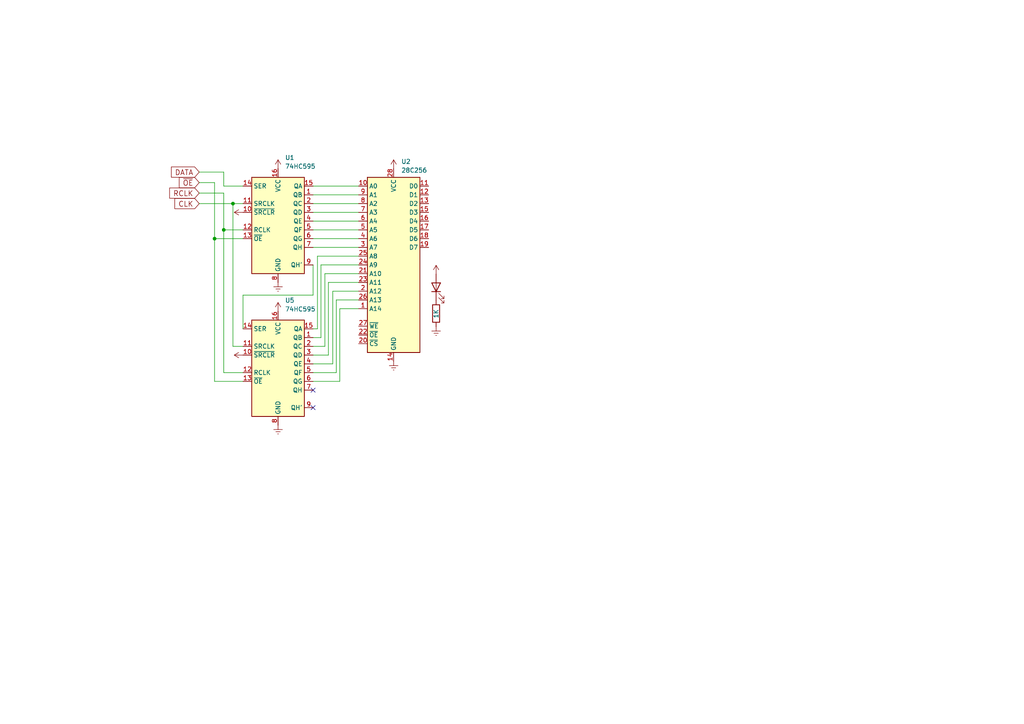
<source format=kicad_sch>
(kicad_sch (version 20230121) (generator eeschema)
  (paper "A4")
  (lib_symbols
    (symbol "74xx:74HC595"
      (property "Reference" "U" (at -7.62 13.97 0))
      (property "Value" "74HC595" (at -7.62 -16.51 0))
      (symbol "74HC595_1_0"
        (pin tri_state line (at 10.16 7.62 180) (length 2.54) (name "QB") (number "1"))
        (pin input line (at -10.16 2.54 0) (length 2.54) (name "~{SRCLR}") (number "10"))
        (pin input line (at -10.16 5.08 0) (length 2.54) (name "SRCLK") (number "11"))
        (pin input line (at -10.16 -2.54 0) (length 2.54) (name "RCLK") (number "12"))
        (pin input line (at -10.16 -5.08 0) (length 2.54) (name "~{OE}") (number "13"))
        (pin input line (at -10.16 10.16 0) (length 2.54) (name "SER") (number "14"))
        (pin tri_state line (at 10.16 10.16 180) (length 2.54) (name "QA") (number "15"))
        (pin power_in line (at 0 15.24 270) (length 2.54) (name "VCC") (number "16"))
        (pin tri_state line (at 10.16 5.08 180) (length 2.54) (name "QC") (number "2"))
        (pin tri_state line (at 10.16 2.54 180) (length 2.54) (name "QD") (number "3"))
        (pin tri_state line (at 10.16 0 180) (length 2.54) (name "QE") (number "4"))
        (pin tri_state line (at 10.16 -2.54 180) (length 2.54) (name "QF") (number "5"))
        (pin tri_state line (at 10.16 -5.08 180) (length 2.54) (name "QG") (number "6"))
        (pin tri_state line (at 10.16 -7.62 180) (length 2.54) (name "QH") (number "7"))
        (pin power_in line (at 0 -17.78 90) (length 2.54) (name "GND") (number "8"))
        (pin output line (at 10.16 -12.7 180) (length 2.54) (name "QH'") (number "9"))
      )
      (symbol "74HC595_1_1"
        (rectangle (start -7.62 12.7) (end 7.62 -15.24) (stroke (width 0.254)) (fill (type background)))
      )
    )
    (symbol "Device:LED" (pin_numbers hide) (pin_names (offset 1.016) hide)
      (property "Reference" "D" (at 0 2.54 0))
      (property "Value" "LED" (at 0 -2.54 0))
      (symbol "LED_0_1"
        (polyline (pts (xy -1.27 -1.27) (xy -1.27 1.27)) (stroke (width 0.254)))
        (polyline (pts (xy -1.27 0) (xy 1.27 0)))
        (polyline (pts (xy 1.27 -1.27) (xy 1.27 1.27) (xy -1.27 0) (xy 1.27 -1.27)) (stroke (width 0.254)))
        (polyline (pts (xy -3.048 -0.762) (xy -4.572 -2.286) (xy -3.81 -2.286) (xy -4.572 -2.286) (xy -4.572 -1.524)))
        (polyline (pts (xy -1.778 -0.762) (xy -3.302 -2.286) (xy -2.54 -2.286) (xy -3.302 -2.286) (xy -3.302 -1.524)))
      )
      (symbol "LED_1_1"
        (pin passive line (at -3.81 0 0) (length 2.54) (name "K") (number "1"))
        (pin passive line (at 3.81 0 180) (length 2.54) (name "A") (number "2"))
      )
    )
    (symbol "Device:R" (pin_numbers hide) (pin_names (offset 0))
      (property "Reference" "R" (at 2.032 0 90))
      (property "Value" "R" (at 0 0 90))
      (symbol "R_0_1"
        (rectangle (start -1.016 -2.54) (end 1.016 2.54) (stroke (width 0.254)))
      )
      (symbol "R_1_1"
        (pin passive line (at 0 3.81 270) (length 1.27) (name "~") (number "1"))
        (pin passive line (at 0 -3.81 90) (length 1.27) (name "~") (number "2"))
      )
    )
    (symbol "Memory_EEPROM:28C256"
      (property "Reference" "U" (at -7.62 26.67 0))
      (property "Value" "28C256" (at 2.54 -26.67 0))
      (symbol "28C256_1_1"
        (rectangle (start -7.62 25.4) (end 7.62 -25.4) (stroke (width 0.254)) (fill (type background)))
        (pin input line (at -10.16 -12.7 0) (length 2.54) (name "A14") (number "1"))
        (pin input line (at -10.16 22.86 0) (length 2.54) (name "A0") (number "10"))
        (pin tri_state line (at 10.16 22.86 180) (length 2.54) (name "D0") (number "11"))
        (pin tri_state line (at 10.16 20.32 180) (length 2.54) (name "D1") (number "12"))
        (pin tri_state line (at 10.16 17.78 180) (length 2.54) (name "D2") (number "13"))
        (pin power_in line (at 0 -27.94 90) (length 2.54) (name "GND") (number "14"))
        (pin tri_state line (at 10.16 15.24 180) (length 2.54) (name "D3") (number "15"))
        (pin tri_state line (at 10.16 12.7 180) (length 2.54) (name "D4") (number "16"))
        (pin tri_state line (at 10.16 10.16 180) (length 2.54) (name "D5") (number "17"))
        (pin tri_state line (at 10.16 7.62 180) (length 2.54) (name "D6") (number "18"))
        (pin tri_state line (at 10.16 5.08 180) (length 2.54) (name "D7") (number "19"))
        (pin input line (at -10.16 -7.62 0) (length 2.54) (name "A12") (number "2"))
        (pin input line (at -10.16 -22.86 0) (length 2.54) (name "~{CS}") (number "20"))
        (pin input line (at -10.16 -2.54 0) (length 2.54) (name "A10") (number "21"))
        (pin input line (at -10.16 -20.32 0) (length 2.54) (name "~{OE}") (number "22"))
        (pin input line (at -10.16 -5.08 0) (length 2.54) (name "A11") (number "23"))
        (pin input line (at -10.16 0 0) (length 2.54) (name "A9") (number "24"))
        (pin input line (at -10.16 2.54 0) (length 2.54) (name "A8") (number "25"))
        (pin input line (at -10.16 -10.16 0) (length 2.54) (name "A13") (number "26"))
        (pin input line (at -10.16 -17.78 0) (length 2.54) (name "~{WE}") (number "27"))
        (pin power_in line (at 0 27.94 270) (length 2.54) (name "VCC") (number "28"))
        (pin input line (at -10.16 5.08 0) (length 2.54) (name "A7") (number "3"))
        (pin input line (at -10.16 7.62 0) (length 2.54) (name "A6") (number "4"))
        (pin input line (at -10.16 10.16 0) (length 2.54) (name "A5") (number "5"))
        (pin input line (at -10.16 12.7 0) (length 2.54) (name "A4") (number "6"))
        (pin input line (at -10.16 15.24 0) (length 2.54) (name "A3") (number "7"))
        (pin input line (at -10.16 17.78 0) (length 2.54) (name "A2") (number "8"))
        (pin input line (at -10.16 20.32 0) (length 2.54) (name "A1") (number "9"))
      )
    )
    (symbol "power:Earth" (power) (pin_names (offset 0))
      (symbol "Earth_0_1"
        (polyline (pts (xy -0.635 -1.905) (xy 0.635 -1.905)))
        (polyline (pts (xy -0.127 -2.54) (xy 0.127 -2.54)))
        (polyline (pts (xy 0 -1.27) (xy 0 0)))
        (polyline (pts (xy 1.27 -1.27) (xy -1.27 -1.27)))
      )
      (symbol "Earth_1_1"
        (pin power_in line (at 0 0 270) (length 0) hide (name "Earth") (number "1"))
      )
    )
    (symbol "power:VCC" (power) (pin_names (offset 0))
      (property "Value" "VCC" (at 0 3.81 0))
      (symbol "VCC_0_1"
        (polyline (pts (xy -0.762 1.27) (xy 0 2.54)))
        (polyline (pts (xy 0 0) (xy 0 2.54)))
        (polyline (pts (xy 0 2.54) (xy 0.762 1.27)))
      )
      (symbol "VCC_1_1"
        (pin power_in line (at 0 0 90) (length 0) hide (name "VCC") (number "1"))
      )
    )
  )
  (junction (at 62.23 69.215))
  (junction (at 64.897 66.675))
  (junction (at 67.564 59.055))
  (no_connect (at 90.805 118.237))
  (no_connect (at 90.805 113.157))
  (wire (pts (xy 64.897 56.007) (xy 57.785 56.007)))
  (wire (pts (xy 93.091 97.917) (xy 90.805 97.917)))
  (wire (pts (xy 62.23 52.959) (xy 57.785 52.959)))
  (wire (pts (xy 104.013 81.915) (xy 95.25 81.915)))
  (wire (pts (xy 98.552 110.617) (xy 98.552 89.535)))
  (wire (pts (xy 67.564 100.457) (xy 67.564 59.055)))
  (wire (pts (xy 64.897 56.007) (xy 64.897 66.675)))
  (wire (pts (xy 96.52 105.537) (xy 96.52 84.455)))
  (wire (pts (xy 104.013 86.995) (xy 97.536 86.995)))
  (wire (pts (xy 57.785 49.911) (xy 64.897 49.911)))
  (wire (pts (xy 98.552 89.535) (xy 104.013 89.535)))
  (wire (pts (xy 90.805 61.595) (xy 104.013 61.595)))
  (wire (pts (xy 90.805 95.377) (xy 92.075 95.377)))
  (wire (pts (xy 90.805 85.598) (xy 70.485 85.598)))
  (wire (pts (xy 64.897 49.911) (xy 64.897 53.975)))
  (wire (pts (xy 94.234 100.457) (xy 94.234 79.375)))
  (wire (pts (xy 64.897 66.675) (xy 70.485 66.675)))
  (wire (pts (xy 64.897 66.675) (xy 64.897 108.077)))
  (wire (pts (xy 90.805 66.675) (xy 104.013 66.675)))
  (wire (pts (xy 90.805 59.055) (xy 104.013 59.055)))
  (wire (pts (xy 90.805 56.515) (xy 104.013 56.515)))
  (wire (pts (xy 90.805 69.215) (xy 104.013 69.215)))
  (wire (pts (xy 95.25 81.915) (xy 95.25 102.997)))
  (wire (pts (xy 92.075 95.377) (xy 92.075 74.295)))
  (wire (pts (xy 62.23 69.215) (xy 62.23 52.959)))
  (wire (pts (xy 97.536 86.995) (xy 97.536 108.077)))
  (wire (pts (xy 90.805 110.617) (xy 98.552 110.617)))
  (wire (pts (xy 90.805 64.135) (xy 104.013 64.135)))
  (wire (pts (xy 90.805 53.975) (xy 104.013 53.975)))
  (wire (pts (xy 70.485 85.598) (xy 70.485 95.377)))
  (wire (pts (xy 64.897 108.077) (xy 70.485 108.077)))
  (wire (pts (xy 67.564 59.055) (xy 70.485 59.055)))
  (wire (pts (xy 90.805 71.755) (xy 104.013 71.755)))
  (wire (pts (xy 67.564 59.055) (xy 57.785 59.055)))
  (wire (pts (xy 96.52 84.455) (xy 104.013 84.455)))
  (wire (pts (xy 62.23 110.617) (xy 70.485 110.617)))
  (wire (pts (xy 104.013 76.835) (xy 93.091 76.835)))
  (wire (pts (xy 92.075 74.295) (xy 104.013 74.295)))
  (wire (pts (xy 90.805 105.537) (xy 96.52 105.537)))
  (wire (pts (xy 62.23 69.215) (xy 62.23 110.617)))
  (wire (pts (xy 94.234 79.375) (xy 104.013 79.375)))
  (wire (pts (xy 97.536 108.077) (xy 90.805 108.077)))
  (wire (pts (xy 70.485 100.457) (xy 67.564 100.457)))
  (wire (pts (xy 90.805 76.835) (xy 90.805 85.598)))
  (wire (pts (xy 64.897 53.975) (xy 70.485 53.975)))
  (wire (pts (xy 70.485 69.215) (xy 62.23 69.215)))
  (wire (pts (xy 90.805 100.457) (xy 94.234 100.457)))
  (wire (pts (xy 93.091 76.835) (xy 93.091 97.917)))
  (wire (pts (xy 95.25 102.997) (xy 90.805 102.997)))
  (global_label "CLK" (shape input) (at 57.785 59.055 180) (effects (font (size 1.5 1.5))) (property "Intersheetrefs" "${INTERSHEET_REFS}" (effects hide)))
  (global_label "DATA" (shape input) (at 57.785 49.911 180) (effects (font (size 1.5 1.5))) (property "Intersheetrefs" "${INTERSHEET_REFS}" (effects hide)))
  (global_label "RCLK" (shape input) (at 57.785 56.007 180) (effects (font (size 1.5 1.5))) (property "Intersheetrefs" "${INTERSHEET_REFS}" (effects hide)))
  (global_label "~{OE}" (shape input) (at 57.785 52.959 180) (effects (font (size 1.5 1.5))) (property "Intersheetrefs" "${INTERSHEET_REFS}" (effects hide)))
  (symbol (lib_id "74xx:74HC595") (at 80.645 105.537 0) (unit 1)
    (property "Reference" "U5" (at 82.6644 87.122 0) (effects (justify left)))
    (property "Value" "74HC595" (at 82.6644 89.662 0) (effects (justify left)))
    (property "Footprint" "Package_SO:SOIC-16_3.9x9.9mm_P1.27mm" (effects hide))
    (property "Datasheet" "http://www.ti.com/lit/ds/symlink/sn74hc595.pdf" (effects hide))
  )
  (symbol (lib_id "power:VCC") (at 80.645 90.297 0) (mirror y) (unit 1)
    (property "Reference" "#PWR013" (effects hide))
    (property "Value" "VCC" (effects hide))
  )
  (symbol (lib_id "74xx:74HC595") (at 80.645 64.135 0) (unit 1)
    (property "Reference" "U1" (at 82.6644 45.72 0) (effects (justify left)))
    (property "Value" "74HC595" (at 82.6644 48.26 0) (effects (justify left)))
    (property "Footprint" "Package_SO:SOIC-16_3.9x9.9mm_P1.27mm" (effects hide))
    (property "Datasheet" "http://www.ti.com/lit/ds/symlink/sn74hc595.pdf" (effects hide))
  )
  (symbol (lib_id "power:VCC") (at 126.492 79.502 0) (mirror y) (unit 1)
    (property "Reference" "#PWR04" (effects hide))
    (property "Value" "VCC" (effects hide))
  )
  (symbol (lib_id "Device:R") (at 126.492 90.932 180) (unit 1)
    (property "Reference" "1K1" (effects hide))
    (property "Value" "1K" (at 126.492 89.662 90) (effects (justify left)))
  )
  (symbol (lib_id "power:Earth") (at 126.492 94.742 0) (unit 1)
    (property "Reference" "#PWR05" (effects hide))
    (property "Value" "Earth" (effects hide))
  )
  (symbol (lib_id "Device:LED") (at 126.492 83.312 90) (unit 1)
    (property "Reference" "D1" (effects hide))
    (property "Value" "LED" (effects hide))
  )
  (symbol (lib_id "Memory_EEPROM:28C256") (at 114.173 76.835 0) (unit 1)
    (property "Reference" "U2" (at 116.3671 46.863 0) (effects (justify left)))
    (property "Value" "28C256" (at 116.3671 49.403 0) (effects (justify left)))
    (property "Datasheet" "http://ww1.microchip.com/downloads/en/DeviceDoc/doc0006.pdf" (effects hide))
  )
  (symbol (lib_id "power:VCC") (at 70.485 61.595 90) (mirror x) (unit 1)
    (property "Reference" "#PWR014" (effects hide))
    (property "Value" "VCC" (effects hide))
  )
  (symbol (lib_id "power:Earth") (at 80.645 81.915 0) (unit 1)
    (property "Reference" "#PWR011" (effects hide))
    (property "Value" "Earth" (effects hide))
  )
  (symbol (lib_id "power:VCC") (at 80.645 48.895 0) (mirror y) (unit 1)
    (property "Reference" "#PWR012" (effects hide))
    (property "Value" "VCC" (effects hide))
  )
  (symbol (lib_id "power:Earth") (at 80.645 123.317 0) (unit 1)
    (property "Reference" "#PWR06" (effects hide))
    (property "Value" "Earth" (effects hide))
  )
  (symbol (lib_id "power:VCC") (at 114.173 48.895 0) (mirror y) (unit 1)
    (property "Reference" "#PWR02" (effects hide))
    (property "Value" "VCC" (effects hide))
  )
  (symbol (lib_id "power:VCC") (at 70.485 102.997 90) (mirror x) (unit 1)
    (property "Reference" "#PWR01" (effects hide))
    (property "Value" "VCC" (effects hide))
  )
  (symbol (lib_id "power:Earth") (at 114.173 104.775 0) (unit 1)
    (property "Reference" "#PWR03" (effects hide))
    (property "Value" "Earth" (effects hide))
  )
)
</source>
